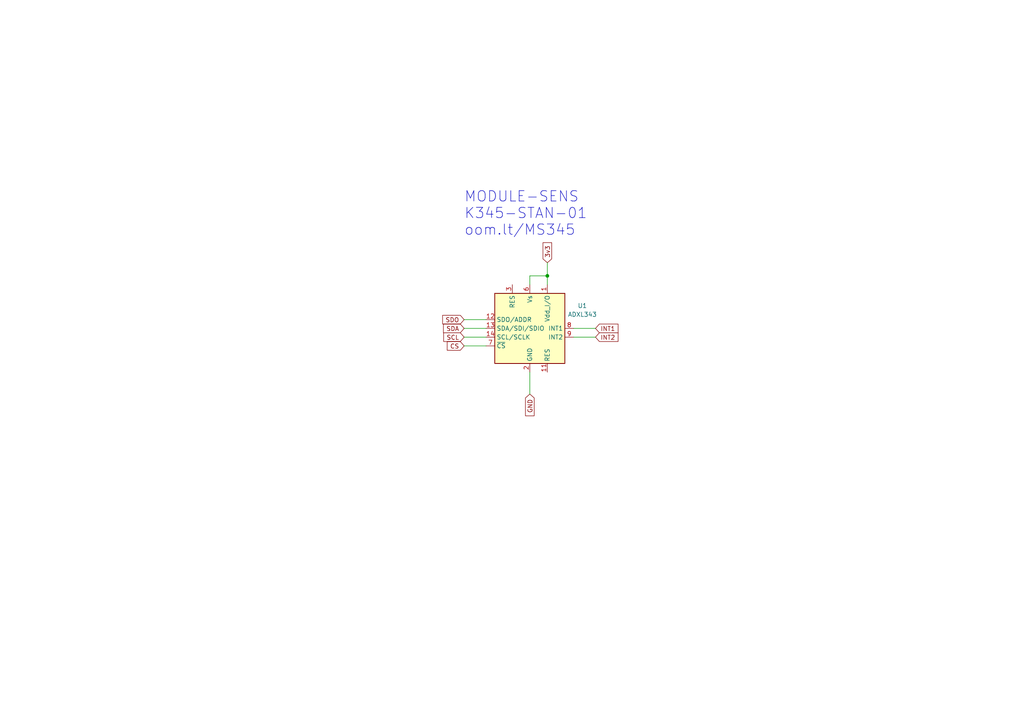
<source format=kicad_sch>
(kicad_sch (version 20211123) (generator eeschema)
  (paper "A4")
  (lib_symbols
    (symbol "Sensor_Motion:ADXL343"
      (property "Reference" "U" (at -8.89 11.43 0))
      (property "Value" "ADXL343" (at -7.62 -11.43 0))
      (symbol "ADXL343_0_1"
        (rectangle (start -10.16 10.16) (end 10.16 -10.16) (stroke (width 0.254)) (fill (type background)))
      )
      (symbol "ADXL343_1_1"
        (pin power_in line (at 5.08 12.7 270) (length 2.54) (name "Vdd_I/O") (number "1"))
        (pin no_connect line (at -5.08 -10.16 90) (length 2.54) hide (name "NC") (number "10"))
        (pin passive line (at 5.08 -12.7 90) (length 2.54) (name "RES") (number "11"))
        (pin bidirectional line (at -12.7 2.54 0) (length 2.54) (name "SDO/ADDR") (number "12"))
        (pin bidirectional line (at -12.7 0 0) (length 2.54) (name "SDA/SDI/SDIO") (number "13"))
        (pin input line (at -12.7 -2.54 0) (length 2.54) (name "SCL/SCLK") (number "14"))
        (pin power_in line (at 0 -12.7 90) (length 2.54) (name "GND") (number "2"))
        (pin passive line (at -5.08 12.7 270) (length 2.54) (name "RES") (number "3"))
        (pin passive line (at 0 -12.7 90) (length 2.54) hide (name "GND") (number "4"))
        (pin passive line (at 0 -12.7 90) (length 2.54) hide (name "GND") (number "5"))
        (pin power_in line (at 0 12.7 270) (length 2.54) (name "Vs") (number "6"))
        (pin input line (at -12.7 -5.08 0) (length 2.54) (name "~{CS}") (number "7"))
        (pin output line (at 12.7 0 180) (length 2.54) (name "INT1") (number "8"))
        (pin output line (at 12.7 -2.54 180) (length 2.54) (name "INT2") (number "9"))
      )
    )
  )
  (junction (at 158.75 80.01))
  (wire (pts (xy 166.37 95.25) (xy 172.72 95.25)))
  (wire (pts (xy 134.62 95.25) (xy 140.97 95.25)))
  (wire (pts (xy 153.67 82.55) (xy 153.67 80.01)))
  (wire (pts (xy 134.62 100.33) (xy 140.97 100.33)))
  (wire (pts (xy 153.67 80.01) (xy 158.75 80.01)))
  (wire (pts (xy 134.62 92.71) (xy 140.97 92.71)))
  (wire (pts (xy 153.67 107.95) (xy 153.67 114.3)))
  (wire (pts (xy 166.37 97.79) (xy 172.72 97.79)))
  (wire (pts (xy 158.75 80.01) (xy 158.75 82.55)))
  (wire (pts (xy 134.62 97.79) (xy 140.97 97.79)))
  (wire (pts (xy 158.75 76.2) (xy 158.75 80.01)))
  (text "MODULE-SENS\nK345-STAN-01\noom.lt/MS345" (at 134.62 68.58 0) (effects (font (size 3 3)) (justify left bottom)))
  (global_label "3v3" (shape input) (at 158.75 76.2 90) (property "Intersheet References" "${INTERSHEET_REFS}" (effects hide)))
  (global_label "SDO" (shape input) (at 134.62 92.71 180) (property "Intersheet References" "${INTERSHEET_REFS}" (effects hide)))
  (global_label "GND" (shape input) (at 153.67 114.3 270) (property "Intersheet References" "${INTERSHEET_REFS}" (effects hide)))
  (global_label "INT1" (shape input) (at 172.72 95.25 0) (property "Intersheet References" "${INTERSHEET_REFS}" (effects hide)))
  (global_label "SDA" (shape input) (at 134.62 95.25 180) (property "Intersheet References" "${INTERSHEET_REFS}" (effects hide)))
  (global_label "INT2" (shape input) (at 172.72 97.79 0) (property "Intersheet References" "${INTERSHEET_REFS}" (effects hide)))
  (global_label "CS" (shape input) (at 134.62 100.33 180) (property "Intersheet References" "${INTERSHEET_REFS}" (effects hide)))
  (global_label "SCL" (shape input) (at 134.62 97.79 180) (property "Intersheet References" "${INTERSHEET_REFS}" (effects hide)))
  (symbol (lib_id "Sensor_Motion:ADXL343") (at 153.67 95.25 0) (unit 1)
    (property "Reference" "U1" (at 168.91 88.6712 0))
    (property "Value" "ADXL343" (at 168.91 91.2112 0))
    (property "Footprint" "Package_LGA:LGA-14_3x5mm_P0.8mm_LayoutBorder1x6y" (effects hide))
    (property "Datasheet" "https://www.analog.com/media/en/technical-documentation/data-sheets/ADXL343.pdf" (effects hide))
  )
)
</source>
